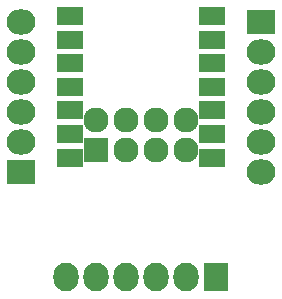
<source format=gbs>
G04 #@! TF.FileFunction,Soldermask,Bot*
%FSLAX46Y46*%
G04 Gerber Fmt 4.6, Leading zero omitted, Abs format (unit mm)*
G04 Created by KiCad (PCBNEW 4.0.0-rc2-stable) date 29.11.2015 16:31:19*
%MOMM*%
G01*
G04 APERTURE LIST*
%ADD10C,0.100000*%
%ADD11R,2.127200X2.432000*%
%ADD12O,2.127200X2.432000*%
%ADD13R,2.432000X2.127200*%
%ADD14O,2.432000X2.127200*%
%ADD15R,2.200000X1.600000*%
%ADD16R,2.127200X2.127200*%
%ADD17O,2.127200X2.127200*%
G04 APERTURE END LIST*
D10*
D11*
X125730000Y-99695000D03*
D12*
X123190000Y-99695000D03*
X120650000Y-99695000D03*
X118110000Y-99695000D03*
X115570000Y-99695000D03*
X113030000Y-99695000D03*
D13*
X129540000Y-78105000D03*
D14*
X129540000Y-80645000D03*
X129540000Y-83185000D03*
X129540000Y-85725000D03*
X129540000Y-88265000D03*
X129540000Y-90805000D03*
D13*
X109220000Y-90805000D03*
D14*
X109220000Y-88265000D03*
X109220000Y-85725000D03*
X109220000Y-83185000D03*
X109220000Y-80645000D03*
X109220000Y-78105000D03*
D15*
X113380000Y-77550000D03*
X113380000Y-79550000D03*
X113380000Y-81550000D03*
X113380000Y-83550000D03*
X113380000Y-85550000D03*
X113380000Y-87550000D03*
X113380000Y-89550000D03*
X125380000Y-89550000D03*
X125380000Y-87550000D03*
X125380000Y-85550000D03*
X125380000Y-83550000D03*
X125380000Y-81550000D03*
X125380000Y-79550000D03*
X125380000Y-77550000D03*
D16*
X115570000Y-88900000D03*
D17*
X115570000Y-86360000D03*
X118110000Y-88900000D03*
X118110000Y-86360000D03*
X120650000Y-88900000D03*
X120650000Y-86360000D03*
X123190000Y-88900000D03*
X123190000Y-86360000D03*
M02*

</source>
